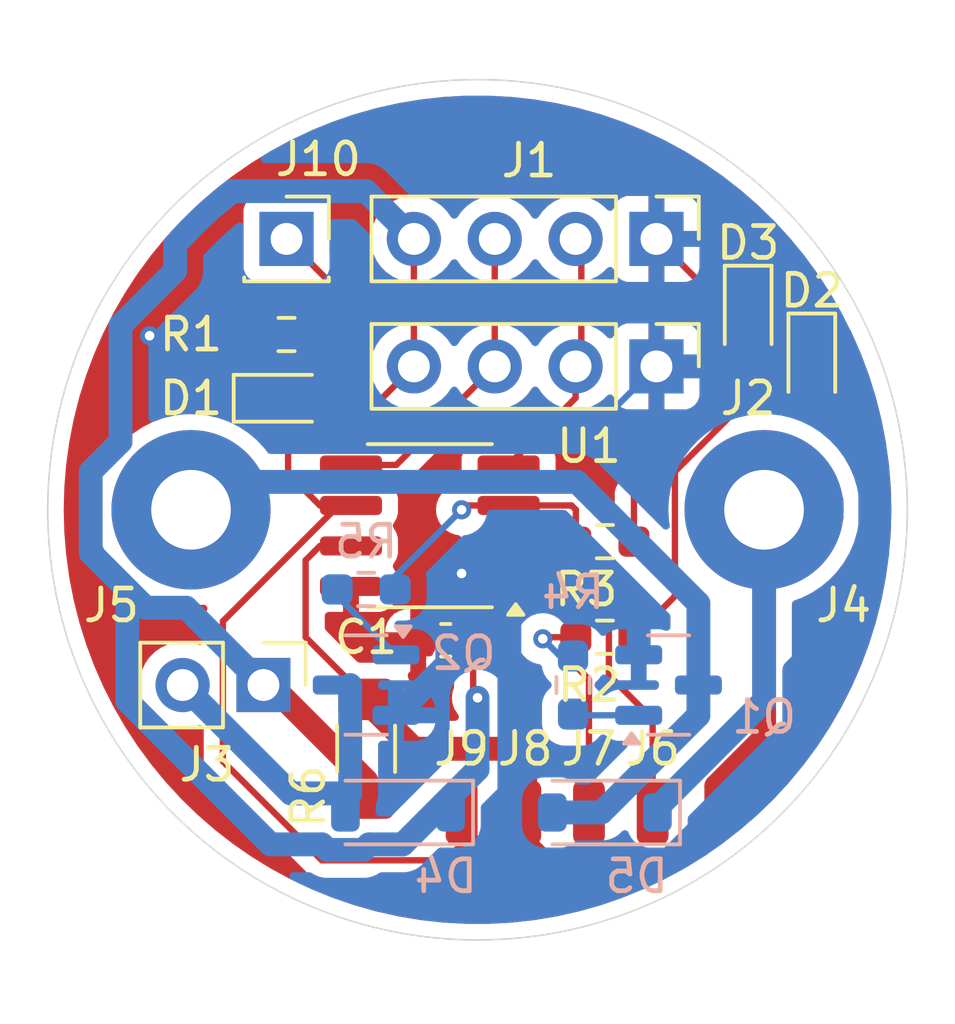
<source format=kicad_pcb>
(kicad_pcb (version 20240108) (generator "pcbnew") (generator_version "8.0")
  (layers (0 "F.Cu" signal) (31 "B.Cu" signal) (34 "B.Paste" user) (35 "F.Paste" user) (36 "B.SilkS" user "B.Silkscreen") (37 "F.SilkS" user "F.Silkscreen") (38 "B.Mask" user) (39 "F.Mask" user) (44 "Edge.Cuts" user))
  (net 0 "")
  (net 1 "+5V")
  (net 2 "/Ev-")
  (net 3 "/VaccumPump-")
  (net 4 "/EVin")
  (net 5 "/VacuumPumpIn")
  (net 6 "GND")
  (net 7 "Net-(Q1-G)")
  (net 8 "Net-(Q2-G)")
  (net 9 "/Isense")
  (net 10 "/Scl")
  (net 11 "/Sda")
  (net 12 "/Udpi")
  (net 13 "Net-(D1-K)")
  (net 14 "Net-(D2-A)")
  (net 15 "Net-(D3-A)")
  (footprint "Connector_PinSocket_2.54mm:PinSocket_1x01_P2.54mm_Vertical" (layer "F.Cu") (at 144 41.5)
    (property "Reference" "J10" (at 1 -2.5 0) (layer "F.SilkS"))
    (property "Value" "Conn_01x01_Pin")
    (fp_line (start -1.33 1.21) (end -1.33 1.33) (stroke (width 0.12)) (layer "F.SilkS"))
    (fp_line (start -1.33 1.33) (end 1.33 1.33) (stroke (width 0.12)) (layer "F.SilkS"))
    (fp_line (start 0 -1.33) (end 1.33 -1.33) (stroke (width 0.12)) (layer "F.SilkS"))
    (fp_line (start 1.33 -1.33) (end 1.33 0) (stroke (width 0.12)) (layer "F.SilkS"))
    (fp_line (start 1.33 1.21) (end 1.33 1.33) (stroke (width 0.12)) (layer "F.SilkS"))
    (pad "1" thru_hole rect (at 0 0) (size 1.7 1.7) (drill 1) (layers "*.Cu" "*.Mask") (net 12 "/Udpi"))
  )
  (footprint "Connector_PinHeader_2.54mm:PinHeader_1x02_P2.54mm_Vertical" (layer "F.Cu") (at 143.275 55.5 -90)
    (property "Reference" "J3" (at 2.5 1.775 180) (layer "F.SilkS"))
    (property "Value" "ValveOut")
    (fp_line (start -1.33 3.87) (end 1.33 3.87) (stroke (width 0.12)) (layer "F.SilkS"))
    (fp_line (start -1.33 1.27) (end -1.33 3.87) (stroke (width 0.12)) (layer "F.SilkS"))
    (fp_line (start -1.33 1.27) (end 1.33 1.27) (stroke (width 0.12)) (layer "F.SilkS"))
    (fp_line (start 1.33 1.27) (end 1.33 3.87) (stroke (width 0.12)) (layer "F.SilkS"))
    (fp_line (start -1.33 0) (end -1.33 -1.33) (stroke (width 0.12)) (layer "F.SilkS"))
    (fp_line (start -1.33 -1.33) (end 0 -1.33) (stroke (width 0.12)) (layer "F.SilkS"))
    (pad "1" thru_hole rect (at 0 0 270) (size 1.7 1.7) (drill 1) (layers "*.Cu" "*.Mask") (net 1 "+5V"))
    (pad "2" thru_hole oval (at 0 2.54 270) (size 1.7 1.7) (drill 1) (layers "*.Cu" "*.Mask") (net 2 "/Ev-"))
  )
  (footprint "Connector_Wire:SolderWirePad_1x01_SMD_1x2mm" (layer "F.Cu") (at 153.5 59.5 180)
    (property "Reference" "J7" (at 0 2 360) (layer "F.SilkS"))
    (property "Value" "Conn_01x01_Pin")
    (pad "1" smd roundrect (at 0 0 180) (size 1 2) (layers "F.Cu" "F.Paste" "F.Mask") (net 5 "/VacuumPumpIn"))
  )
  (footprint "Connector_Wire:SolderWirePad_1x01_SMD_1x2mm" (layer "F.Cu") (at 149.5 59.5 180)
    (property "Reference" "J9" (at 0 2 360) (layer "F.SilkS"))
    (property "Value" "Conn_01x01_Pin")
    (pad "1" smd roundrect (at 0 0 180) (size 1 2) (layers "F.Cu" "F.Paste" "F.Mask") (net 12 "/Udpi"))
  )
  (footprint "Diode_SMD:D_0603_1608Metric_Pad1.05x0.95mm_HandSolder" (layer "F.Cu") (at 144 46.5)
    (property "Reference" "D1" (at -3 0 180) (layer "F.SilkS"))
    (property "Value" "LED")
    (fp_line (start -1.66 -0.735) (end -1.66 0.735) (stroke (width 0.12)) (layer "F.SilkS"))
    (fp_line (start -1.66 0.735) (end 0.8 0.735) (stroke (width 0.12)) (layer "F.SilkS"))
    (fp_line (start 0.8 -0.735) (end -1.66 -0.735) (stroke (width 0.12)) (layer "F.SilkS"))
    (pad "1" smd roundrect (at -0.875 0) (size 1.05 0.95) (layers "F.Cu" "F.Paste" "F.Mask") (net 13 "Net-(D1-K)"))
    (pad "2" smd roundrect (at 0.875 0) (size 1.05 0.95) (layers "F.Cu" "F.Paste" "F.Mask") (net 1 "+5V"))
  )
  (footprint "Resistor_SMD:R_0603_1608Metric_Pad0.98x0.95mm_HandSolder" (layer "F.Cu") (at 154 54)
    (property "Reference" "R2" (at -0.5 1.5 360) (layer "F.SilkS"))
    (property "Value" "90")
    (fp_line (start -0.254724 -0.5225) (end 0.254724 -0.5225) (stroke (width 0.12)) (layer "F.SilkS"))
    (fp_line (start -0.254724 0.5225) (end 0.254724 0.5225) (stroke (width 0.12)) (layer "F.SilkS"))
    (pad "1" smd roundrect (at -0.9125 0) (size 0.975 0.95) (layers "F.Cu" "F.Paste" "F.Mask") (net 5 "/VacuumPumpIn"))
    (pad "2" smd roundrect (at 0.9125 0) (size 0.975 0.95) (layers "F.Cu" "F.Paste" "F.Mask") (net 14 "Net-(D2-A)"))
  )
  (footprint "Diode_SMD:D_0603_1608Metric_Pad1.05x0.95mm_HandSolder" (layer "F.Cu") (at 160.5 45.5 -90)
    (property "Reference" "D2" (at -2.375 0 180) (layer "F.SilkS"))
    (property "Value" "LED")
    (fp_line (start -1.66 0.735) (end 0.8 0.735) (stroke (width 0.12)) (layer "F.SilkS"))
    (fp_line (start -1.66 -0.735) (end -1.66 0.735) (stroke (width 0.12)) (layer "F.SilkS"))
    (fp_line (start 0.8 -0.735) (end -1.66 -0.735) (stroke (width 0.12)) (layer "F.SilkS"))
    (pad "1" smd roundrect (at -0.875 0 270) (size 1.05 0.95) (layers "F.Cu" "F.Paste" "F.Mask") (net 6 "GND"))
    (pad "2" smd roundrect (at 0.875 0 270) (size 1.05 0.95) (layers "F.Cu" "F.Paste" "F.Mask") (net 14 "Net-(D2-A)"))
  )
  (footprint "Connector_PinHeader_2.54mm:PinHeader_1x04_P2.54mm_Vertical" (layer "F.Cu") (at 155.62 45.5 -90)
    (property "Reference" "J2" (at 1 -2.88 180) (layer "F.SilkS"))
    (property "Value" "i2c")
    (fp_line (start -1.33 8.95) (end 1.33 8.95) (stroke (width 0.12)) (layer "F.SilkS"))
    (fp_line (start -1.33 1.27) (end -1.33 8.95) (stroke (width 0.12)) (layer "F.SilkS"))
    (fp_line (start -1.33 1.27) (end 1.33 1.27) (stroke (width 0.12)) (layer "F.SilkS"))
    (fp_line (start 1.33 1.27) (end 1.33 8.95) (stroke (width 0.12)) (layer "F.SilkS"))
    (fp_line (start -1.33 0) (end -1.33 -1.33) (stroke (width 0.12)) (layer "F.SilkS"))
    (fp_line (start -1.33 -1.33) (end 0 -1.33) (stroke (width 0.12)) (layer "F.SilkS"))
    (pad "1" thru_hole rect (at 0 0 270) (size 1.7 1.7) (drill 1) (layers "*.Cu" "*.Mask") (net 6 "GND"))
    (pad "2" thru_hole oval (at 0 2.54 270) (size 1.7 1.7) (drill 1) (layers "*.Cu" "*.Mask") (net 11 "/Sda"))
    (pad "3" thru_hole oval (at 0 5.08 270) (size 1.7 1.7) (drill 1) (layers "*.Cu" "*.Mask") (net 10 "/Scl"))
    (pad "4" thru_hole oval (at 0 7.62 270) (size 1.7 1.7) (drill 1) (layers "*.Cu" "*.Mask") (net 1 "+5V"))
  )
  (footprint "Resistor_SMD:R_0603_1608Metric_Pad0.98x0.95mm_HandSolder" (layer "F.Cu") (at 144 44.5 180)
    (property "Reference" "R1" (at 3 0 180) (layer "F.SilkS"))
    (property "Value" "150")
    (fp_line (start -0.254724 0.5225) (end 0.254724 0.5225) (stroke (width 0.12)) (layer "F.SilkS"))
    (fp_line (start -0.254724 -0.5225) (end 0.254724 -0.5225) (stroke (width 0.12)) (layer "F.SilkS"))
    (pad "1" smd roundrect (at -0.9125 0 180) (size 0.975 0.95) (layers "F.Cu" "F.Paste" "F.Mask") (net 13 "Net-(D1-K)"))
    (pad "2" smd roundrect (at 0.9125 0 180) (size 0.975 0.95) (layers "F.Cu" "F.Paste" "F.Mask") (net 6 "GND"))
  )
  (footprint "Resistor_SMD:R_1206_3216Metric_Pad1.30x1.75mm_HandSolder" (layer "F.Cu") (at 146.5 57.5 90)
    (property "Reference" "R6" (at -1.5 -1.82 90) (layer "F.SilkS"))
    (property "Value" "1R")
    (fp_line (start -0.727064 -0.91) (end 0.727064 -0.91) (stroke (width 0.12)) (layer "F.SilkS"))
    (fp_line (start -0.727064 0.91) (end 0.727064 0.91) (stroke (width 0.12)) (layer "F.SilkS"))
    (pad "1" smd roundrect (at -1.55 0 90) (size 1.3 1.75) (layers "F.Cu" "F.Paste" "F.Mask") (roundrect_rratio 0.192308) (net 1 "+5V"))
    (pad "2" smd roundrect (at 1.55 0 90) (size 1.3 1.75) (layers "F.Cu" "F.Paste" "F.Mask") (roundrect_rratio 0.192308) (net 9 "/Isense"))
  )
  (footprint "Capacitor_SMD:C_0603_1608Metric_Pad1.08x0.95mm_HandSolder" (layer "F.Cu") (at 149 54.095 180)
    (property "Reference" "C1" (at 2.5 0.095 180) (layer "F.SilkS"))
    (property "Value" "C")
    (fp_line (start -0.146267 0.51) (end 0.146267 0.51) (stroke (width 0.12)) (layer "F.SilkS"))
    (fp_line (start -0.146267 -0.51) (end 0.146267 -0.51) (stroke (width 0.12)) (layer "F.SilkS"))
    (pad "1" smd roundrect (at -0.8625 0 180) (size 1.075 0.95) (layers "F.Cu" "F.Paste" "F.Mask") (net 1 "+5V"))
    (pad "2" smd roundrect (at 0.8625 0 180) (size 1.075 0.95) (layers "F.Cu" "F.Paste" "F.Mask") (net 6 "GND"))
  )
  (footprint "Connector_Wire:SolderWirePad_1x01_SMD_1x2mm" (layer "F.Cu") (at 155.5 59.5 180)
    (property "Reference" "J6" (at 0 2 360) (layer "F.SilkS"))
    (property "Value" "Conn_01x01_Pin")
    (pad "1" smd roundrect (at 0 0 180) (size 1 2) (layers "F.Cu" "F.Paste" "F.Mask") (net 4 "/EVin"))
  )
  (footprint "Connector_Wire:SolderWirePad_1x01_SMD_1x2mm" (layer "F.Cu") (at 151.5 59.5 180)
    (property "Reference" "J8" (at 0 2 360) (layer "F.SilkS"))
    (property "Value" "Conn_01x01_Pin")
    (pad "1" smd roundrect (at 0 0 180) (size 1 2) (layers "F.Cu" "F.Paste" "F.Mask") (net 9 "/Isense"))
  )
  (footprint "MountingHole:MountingHole_2.5mm_Pad_TopBottom" (layer "F.Cu") (at 141 50)
    (property "Reference" "J5" (at -2.5 3 0) (layer "F.SilkS"))
    (property "Value" "VacuumPump-")
    (pad "1" thru_hole circle (at 0 0) (size 2.9 2.9) (drill 2.5) (layers "*.Cu" "*.Mask") (net 3 "/VaccumPump-"))
    (pad "1" connect circle (at 0 0) (size 5 5) (layers "F.Cu" "F.Mask") (net 3 "/VaccumPump-"))
    (pad "1" connect circle (at 0 0) (size 5 5) (layers "B.Cu" "B.Mask") (net 3 "/VaccumPump-"))
  )
  (footprint "Package_SO:SOIC-8_3.9x4.9mm_P1.27mm" (layer "F.Cu") (at 148.5 50.5 180)
    (property "Reference" "U1" (at -5 2.5 360) (layer "F.SilkS"))
    (property "Value" "ATtiny412-SS")
    (fp_line (start 0 2.56) (end 1.95 2.56) (stroke (width 0.12)) (layer "F.SilkS"))
    (fp_line (start 0 2.56) (end -1.95 2.56) (stroke (width 0.12)) (layer "F.SilkS"))
    (fp_line (start 0 -2.56) (end 1.95 -2.56) (stroke (width 0.12)) (layer "F.SilkS"))
    (fp_line (start 0 -2.56) (end -1.95 -2.56) (stroke (width 0.12)) (layer "F.SilkS"))
    (fp_poly (pts (xy -2.7 -2.465) (xy -2.94 -2.795) (xy -2.46 -2.795) (xy -2.7 -2.465)) (stroke (width 0.12)) (fill solid) (layer "F.SilkS"))
    (pad "1" smd roundrect (at -2.475 -1.905 180) (size 1.95 0.6) (layers "F.Cu" "F.Paste" "F.Mask") (net 1 "+5V"))
    (pad "2" smd roundrect (at -2.475 -0.635 180) (size 1.95 0.6) (layers "F.Cu" "F.Paste" "F.Mask") (net 5 "/VacuumPumpIn"))
    (pad "3" smd roundrect (at -2.475 0.635 180) (size 1.95 0.6) (layers "F.Cu" "F.Paste" "F.Mask") (net 4 "/EVin"))
    (pad "4" smd roundrect (at -2.475 1.905 180) (size 1.95 0.6) (layers "F.Cu" "F.Paste" "F.Mask") (net 11 "/Sda"))
    (pad "5" smd roundrect (at 2.475 1.905 180) (size 1.95 0.6) (layers "F.Cu" "F.Paste" "F.Mask") (net 10 "/Scl"))
    (pad "6" smd roundrect (at 2.475 0.635 180) (size 1.95 0.6) (layers "F.Cu" "F.Paste" "F.Mask") (net 12 "/Udpi"))
    (pad "7" smd roundrect (at 2.475 -0.635 180) (size 1.95 0.6) (layers "F.Cu" "F.Paste" "F.Mask") (net 9 "/Isense"))
    (pad "8" smd roundrect (at 2.475 -1.905 180) (size 1.95 0.6) (layers "F.Cu" "F.Paste" "F.Mask") (net 6 "GND"))
  )
  (footprint "Diode_SMD:D_0603_1608Metric_Pad1.05x0.95mm_HandSolder" (layer "F.Cu") (at 158.5 44 -90)
    (property "Reference" "D3" (at -2.375 0 180) (layer "F.SilkS"))
    (property "Value" "LED")
    (fp_line (start -1.66 0.735) (end 0.8 0.735) (stroke (width 0.12)) (layer "F.SilkS"))
    (fp_line (start -1.66 -0.735) (end -1.66 0.735) (stroke (width 0.12)) (layer "F.SilkS"))
    (fp_line (start 0.8 -0.735) (end -1.66 -0.735) (stroke (width 0.12)) (layer "F.SilkS"))
    (pad "1" smd roundrect (at -0.875 0 270) (size 1.05 0.95) (layers "F.Cu" "F.Paste" "F.Mask") (net 6 "GND"))
    (pad "2" smd roundrect (at 0.875 0 270) (size 1.05 0.95) (layers "F.Cu" "F.Paste" "F.Mask") (net 15 "Net-(D3-A)"))
  )
  (footprint "Resistor_SMD:R_0603_1608Metric_Pad0.98x0.95mm_HandSolder" (layer "F.Cu") (at 154 51)
    (property "Reference" "R3" (at -0.5875 1.5 360) (layer "F.SilkS"))
    (property "Value" "90")
    (fp_line (start -0.254724 -0.5225) (end 0.254724 -0.5225) (stroke (width 0.12)) (layer "F.SilkS"))
    (fp_line (start -0.254724 0.5225) (end 0.254724 0.5225) (stroke (width 0.12)) (layer "F.SilkS"))
    (pad "1" smd roundrect (at -0.9125 0) (size 0.975 0.95) (layers "F.Cu" "F.Paste" "F.Mask") (net 4 "/EVin"))
    (pad "2" smd roundrect (at 0.9125 0) (size 0.975 0.95) (layers "F.Cu" "F.Paste" "F.Mask") (net 15 "Net-(D3-A)"))
  )
  (footprint "Connector_PinHeader_2.54mm:PinHeader_1x04_P2.54mm_Vertical" (layer "F.Cu") (at 155.62 41.5 -90)
    (property "Reference" "J1" (at -2.46 4 360) (layer "F.SilkS"))
    (property "Value" "i2c")
    (fp_line (start -1.33 8.95) (end 1.33 8.95) (stroke (width 0.12)) (layer "F.SilkS"))
    (fp_line (start -1.33 1.27) (end -1.33 8.95) (stroke (width 0.12)) (layer "F.SilkS"))
    (fp_line (start -1.33 1.27) (end 1.33 1.27) (stroke (width 0.12)) (layer "F.SilkS"))
    (fp_line (start 1.33 1.27) (end 1.33 8.95) (stroke (width 0.12)) (layer "F.SilkS"))
    (fp_line (start -1.33 0) (end -1.33 -1.33) (stroke (width 0.12)) (layer "F.SilkS"))
    (fp_line (start -1.33 -1.33) (end 0 -1.33) (stroke (width 0.12)) (layer "F.SilkS"))
    (pad "1" thru_hole rect (at 0 0 270) (size 1.7 1.7) (drill 1) (layers "*.Cu" "*.Mask") (net 6 "GND"))
    (pad "2" thru_hole oval (at 0 2.54 270) (size 1.7 1.7) (drill 1) (layers "*.Cu" "*.Mask") (net 11 "/Sda"))
    (pad "3" thru_hole oval (at 0 5.08 270) (size 1.7 1.7) (drill 1) (layers "*.Cu" "*.Mask") (net 10 "/Scl"))
    (pad "4" thru_hole oval (at 0 7.62 270) (size 1.7 1.7) (drill 1) (layers "*.Cu" "*.Mask") (net 1 "+5V"))
  )
  (footprint "MountingHole:MountingHole_2.5mm_Pad_TopBottom" (layer "F.Cu") (at 159 50)
    (property "Reference" "J4" (at 2.5 3 0) (layer "F.SilkS"))
    (property "Value" "VacuumPump+")
    (pad "1" thru_hole circle (at 0 0) (size 2.9 2.9) (drill 2.5) (layers "*.Cu" "*.Mask") (net 9 "/Isense"))
    (pad "1" connect circle (at 0 0) (size 5 5) (layers "F.Cu" "F.Mask") (net 9 "/Isense"))
    (pad "1" connect circle (at 0 0) (size 5 5) (layers "B.Cu" "B.Mask") (net 9 "/Isense"))
  )
  (footprint "Resistor_SMD:R_0603_1608Metric_Pad0.98x0.95mm_HandSolder" (layer "B.Cu") (at 146.5 52.5 180)
    (property "Reference" "R5" (at 0 1.5 0) (layer "B.SilkS") (effects (justify mirror)))
    (property "Value" "270")
    (fp_line (start 0.254724 0.5225) (end -0.254724 0.5225) (stroke (width 0.12)) (layer "B.SilkS"))
    (fp_line (start 0.254724 -0.5225) (end -0.254724 -0.5225) (stroke (width 0.12)) (layer "B.SilkS"))
    (pad "1" smd roundrect (at -0.9125 0 180) (size 0.975 0.95) (layers "B.Cu" "B.Paste" "B.Mask") (net 4 "/EVin"))
    (pad "2" smd roundrect (at 0.9125 0 180) (size 0.975 0.95) (layers "B.Cu" "B.Paste" "B.Mask") (net 8 "Net-(Q2-G)"))
  )
  (footprint "Package_TO_SOT_SMD:SOT-23" (layer "B.Cu") (at 156 55.5)
    (property "Reference" "Q1" (at 3 1 0) (layer "B.SilkS") (effects (justify mirror)))
    (property "Value" "IRLML0030")
    (fp_line (start -0.65 -1.56) (end 0 -1.56) (stroke (width 0.12)) (layer "B.SilkS"))
    (fp_line (start -0.65 1.56) (end 0 1.56) (stroke (width 0.12)) (layer "B.SilkS"))
    (fp_line (start 0.65 -1.56) (end 0 -1.56) (stroke (width 0.12)) (layer "B.SilkS"))
    (fp_line (start 0.65 1.56) (end 0 1.56) (stroke (width 0.12)) (layer "B.SilkS"))
    (fp_poly (pts (xy -1.1625 1.51) (xy -1.4025 1.84) (xy -0.9225 1.84) (xy -1.1625 1.51)) (stroke (width 0.12)) (fill solid) (layer "B.SilkS"))
    (pad "1" smd roundrect (at -0.9375 0.95) (size 1.475 0.6) (layers "B.Cu" "B.Paste" "B.Mask") (net 7 "Net-(Q1-G)"))
    (pad "2" smd roundrect (at -0.9375 -0.95) (size 1.475 0.6) (layers "B.Cu" "B.Paste" "B.Mask") (net 6 "GND"))
    (pad "3" smd roundrect (at 0.9375 0) (size 1.475 0.6) (layers "B.Cu" "B.Paste" "B.Mask") (net 3 "/VaccumPump-"))
  )
  (footprint "Package_TO_SOT_SMD:SOT-23" (layer "B.Cu") (at 146.5 55.5 180)
    (property "Reference" "Q2" (at -3.0625 1 0) (layer "B.SilkS") (effects (justify mirror)))
    (property "Value" "IRLML0030")
    (fp_line (start 0.65 1.56) (end 0 1.56) (stroke (width 0.12)) (layer "B.SilkS"))
    (fp_line (start 0.65 -1.56) (end 0 -1.56) (stroke (width 0.12)) (layer "B.SilkS"))
    (fp_line (start -0.65 1.56) (end 0 1.56) (stroke (width 0.12)) (layer "B.SilkS"))
    (fp_line (start -0.65 -1.56) (end 0 -1.56) (stroke (width 0.12)) (layer "B.SilkS"))
    (fp_poly (pts (xy -1.1625 1.51) (xy -1.4025 1.84) (xy -0.9225 1.84) (xy -1.1625 1.51)) (stroke (width 0.12)) (fill solid) (layer "B.SilkS"))
    (pad "1" smd roundrect (at -0.9375 0.95 180) (size 1.475 0.6) (layers "B.Cu" "B.Paste" "B.Mask") (net 8 "Net-(Q2-G)"))
    (pad "2" smd roundrect (at -0.9375 -0.95 180) (size 1.475 0.6) (layers "B.Cu" "B.Paste" "B.Mask") (net 6 "GND"))
    (pad "3" smd roundrect (at 0.9375 0 180) (size 1.475 0.6) (layers "B.Cu" "B.Paste" "B.Mask") (net 2 "/Ev-"))
  )
  (footprint "Diode_SMD:D_SOD-123" (layer "B.Cu") (at 147.5 59.5 180)
    (property "Reference" "D4" (at -1.5 -2 0) (layer "B.SilkS") (effects (justify mirror)))
    (property "Value" "D")
    (fp_line (start 1.65 1) (end -2.36 1) (stroke (width 0.12)) (layer "B.SilkS"))
    (fp_line (start 1.65 -1) (end -2.36 -1) (stroke (width 0.12)) (layer "B.SilkS"))
    (fp_line (start -2.36 -1) (end -2.36 1) (stroke (width 0.12)) (layer "B.SilkS"))
    (pad "1" smd roundrect (at -1.65 0 180) (size 0.9 1.2) (layers "B.Cu" "B.Paste" "B.Mask") (net 1 "+5V"))
    (pad "2" smd roundrect (at 1.65 0 180) (size 0.9 1.2) (layers "B.Cu" "B.Paste" "B.Mask") (net 2 "/Ev-"))
  )
  (footprint "Resistor_SMD:R_0603_1608Metric_Pad0.98x0.95mm_HandSolder" (layer "B.Cu") (at 153 55.5 -90)
    (property "Reference" "R4" (at -2.9125 0 0) (layer "B.SilkS") (effects (justify mirror)))
    (property "Value" "270")
    (fp_line (start 0.254724 0.5225) (end -0.254724 0.5225) (stroke (width 0.12)) (layer "B.SilkS"))
    (fp_line (start 0.254724 -0.5225) (end -0.254724 -0.5225) (stroke (width 0.12)) (layer "B.SilkS"))
    (pad "1" smd roundrect (at -0.9125 0 270) (size 0.975 0.95) (layers "B.Cu" "B.Paste" "B.Mask") (net 5 "/VacuumPumpIn"))
    (pad "2" smd roundrect (at 0.9125 0 270) (size 0.975 0.95) (layers "B.Cu" "B.Paste" "B.Mask") (net 7 "Net-(Q1-G)"))
  )
  (footprint "Diode_SMD:D_SOD-123" (layer "B.Cu") (at 154 59.5 180)
    (property "Reference" "D5" (at -1 -2 0) (layer "B.SilkS") (effects (justify mirror)))
    (property "Value" "D")
    (fp_line (start 1.65 1) (end -2.36 1) (stroke (width 0.12)) (layer "B.SilkS"))
    (fp_line (start 1.65 -1) (end -2.36 -1) (stroke (width 0.12)) (layer "B.SilkS"))
    (fp_line (start -2.36 -1) (end -2.36 1) (stroke (width 0.12)) (layer "B.SilkS"))
    (pad "1" smd roundrect (at -1.65 0 180) (size 0.9 1.2) (layers "B.Cu" "B.Paste" "B.Mask") (net 9 "/Isense"))
    (pad "2" smd roundrect (at 1.65 0 180) (size 0.9 1.2) (layers "B.Cu" "B.Paste" "B.Mask") (net 3 "/VaccumPump-"))
  )
  (gr_circle (center 150 50) (end 136.5 50) (stroke (width 0.05)) (fill none) (layer "Edge.Cuts"))
  (segment (start 143.5 55.5) (end 143.5 55.225) (width 0.75) (layer "F.Cu") (net 1))
  (segment (start 146.5 59.05) (end 146.5 58.5) (width 0.75) (layer "F.Cu") (net 1))
  (segment (start 149.725 54) (end 149.82 54.095) (width 0.2) (layer "F.Cu") (net 1))
  (segment (start 150 55.9) (end 149.8625 55.7625) (width 0.2) (layer "F.Cu") (net 1))
  (segment (start 149.8625 54.095) (end 149.8625 53.5175) (width 0.2) (layer "F.Cu") (net 1))
  (segment (start 146.5 58.5) (end 143.5 55.5) (width 0.75) (layer "F.Cu") (net 1))
  (segment (start 148 45.5) (end 148 41.5) (width 0.2) (layer "F.Cu") (net 1))
  (segment (start 149.8625 55.7625) (end 149.8625 54.095) (width 0.2) (layer "F.Cu") (net 1))
  (segment (start 149.8625 53.5175) (end 150.975 52.405) (width 0.2) (layer "F.Cu") (net 1))
  (segment (start 149.82 54.095) (end 149.8625 54.095) (width 0.2) (layer "F.Cu") (net 1))
  (segment (start 147 46.5) (end 144.875 46.5) (width 0.2) (layer "F.Cu") (net 1))
  (segment (start 148 45.5) (end 147 46.5) (width 0.2) (layer "F.Cu") (net 1))
  (via (at 150 55.9) (size 0.6) (drill 0.3) (layers "F.Cu" "B.Cu") (net 1))
  (segment (start 150 55.9) (end 150 58.15) (width 0.75) (layer "B.Cu") (net 1))
  (segment (start 139.575 53.075) (end 139 52.5) (width 0.75) (layer "B.Cu") (net 1))
  (segment (start 141.63987 40.543366) (end 142.168756 40.100943) (width 0.75) (layer "B.Cu") (net 1))
  (segment (start 139 52.5) (end 137.849802 51.349802) (width 0.75) (layer "B.Cu") (net 1))
  (segment (start 142.168756 40.100943) (end 142.303775 40) (width 0.75) (layer "B.Cu") (net 1))
  (segment (start 137.849802 51.349802) (end 137.849802 48.801491) (width 0.75) (layer "B.Cu") (net 1))
  (segment (start 140.5 42.5) (end 140.5 41.695712) (width 0.75) (layer "B.Cu") (net 1))
  (segment (start 150 58.15) (end 147.65 60.5) (width 0.75) (layer "B.Cu") (net 1))
  (segment (start 137.849802 48.801491) (end 138.785325 47.865968) (width 0.75) (layer "B.Cu") (net 1))
  (segment (start 147.65 60.5) (end 146.587606 60.5) (width 0.75) (layer "B.Cu") (net 1))
  (segment (start 143.275 55.5) (end 140.85 53.075) (width 0.75) (layer "B.Cu") (net 1))
  (segment (start 146.5 40) (end 148 41.5) (width 0.75) (layer "B.Cu") (net 1))
  (segment (start 140.658436 41.511485) (end 141.135932 41.01401) (width 0.75) (layer "B.Cu") (net 1))
  (segment (start 139 56) (end 139 52.5) (width 0.75) (layer "B.Cu") (net 1))
  (segment (start 146.412606 60.675) (end 145.287394 60.675) (width 0.75) (layer "B.Cu") (net 1))
  (segment (start 140.85 53.075) (end 139.575 53.075) (width 0.75) (layer "B.Cu") (net 1))
  (segment (start 138.785325 44.214675) (end 140.5 42.5) (width 0.75) (layer "B.Cu") (net 1))
  (segment (start 145.112394 60.5) (end 143.5 60.5) (width 0.75) (layer "B.Cu") (net 1))
  (segment (start 141.135932 41.01401) (end 141.63987 40.543366) (width 0.75) (layer "B.Cu") (net 1))
  (segment (start 143.5 60.5) (end 139 56) (width 0.75) (layer "B.Cu") (net 1))
  (segment (start 138.785325 47.865968) (end 138.785325 44.214675) (width 0.75) (layer "B.Cu") (net 1))
  (segment (start 142.303775 40) (end 146.5 40) (width 0.75) (layer "B.Cu") (net 1))
  (segment (start 146.587606 60.5) (end 146.412606 60.675) (width 0.75) (layer "B.Cu") (net 1))
  (segment (start 145.287394 60.675) (end 145.112394 60.5) (width 0.75) (layer "B.Cu") (net 1))
  (segment (start 140.5 41.695712) (end 140.658436 41.511485) (width 0.75) (layer "B.Cu") (net 1))
  (segment (start 146 58.9) (end 144.135 58.9) (width 0.75) (layer "B.Cu") (net 2))
  (segment (start 144.135 58.9) (end 140.735 55.5) (width 0.75) (layer "B.Cu") (net 2))
  (segment (start 146 55.5) (end 146 58.9) (width 0.75) (layer "B.Cu") (net 2))
  (segment (start 156.9375 52.9375) (end 153.125 49.125) (width 0.75) (layer "B.Cu") (net 3))
  (segment (start 141.875 49.125) (end 141 50) (width 0.75) (layer "B.Cu") (net 3))
  (segment (start 153.125 49.125) (end 141.875 49.125) (width 0.75) (layer "B.Cu") (net 3))
  (segment (start 152.35 59.5) (end 153.88973 59.5) (width 0.75) (layer "B.Cu") (net 3))
  (segment (start 153.88973 59.5) (end 156.9375 56.45223) (width 0.75) (layer "B.Cu") (net 3))
  (segment (start 156.9375 56.45223) (end 156.9375 52.9375) (width 0.75) (layer "B.Cu") (net 3))
  (segment (start 155.433278 56.5) (end 154.125 55.191722) (width 0.2) (layer "F.Cu") (net 4))
  (segment (start 155.5 59.5) (end 155.5 56.5) (width 0.2) (layer "F.Cu") (net 4))
  (segment (start 154.125 52.0375) (end 153.0875 51) (width 0.2) (layer "F.Cu") (net 4))
  (segment (start 154.125 55.191722) (end 154.125 52.0375) (width 0.2) (layer "F.Cu") (net 4))
  (segment (start 153.0875 50) (end 152.9525 49.865) (width 0.2) (layer "F.Cu") (net 4))
  (segment (start 152.9525 49.865) (end 150.975 49.865) (width 0.2) (layer "F.Cu") (net 4))
  (segment (start 151.475 49.865) (end 149.635 49.865) (width 0.2) (layer "F.Cu") (net 4))
  (segment (start 155.5 56.5) (end 155.433278 56.5) (width 0.2) (layer "F.Cu") (net 4))
  (segment (start 149.635 49.865) (end 149.5 50) (width 0.2) (layer "F.Cu") (net 4))
  (segment (start 153.0875 51) (end 153.0875 50) (width 0.2) (layer "F.Cu") (net 4))
  (via (at 149.5 50) (size 0.6) (drill 0.3) (layers "F.Cu" "B.Cu") (net 4))
  (segment (start 147.4125 52.0875) (end 149.5 50) (width 0.2) (layer "B.Cu") (net 4))
  (segment (start 147.4125 52.5) (end 147.4125 52.0875) (width 0.2) (layer "B.Cu") (net 4))
  (segment (start 152.1 54) (end 153.0875 54) (width 0.2) (layer "F.Cu") (net 5))
  (segment (start 151.7225 51.135) (end 150.975 51.135) (width 0.2) (layer "F.Cu") (net 5))
  (segment (start 153.0875 54.5) (end 153.0875 54.9125) (width 0.2) (layer "F.Cu") (net 5))
  (segment (start 152.05 54.05) (end 152.1 54) (width 0.2) (layer "F.Cu") (net 5))
  (segment (start 153.0875 52.5) (end 151.7225 51.135) (width 0.2) (layer "F.Cu") (net 5))
  (segment (start 153.5 55.325) (end 153.5 59.5) (width 0.2) (layer "F.Cu") (net 5))
  (segment (start 151.886238 51.135) (end 151.475 51.135) (width 0.2) (layer "F.Cu") (net 5))
  (segment (start 153.0875 54.5) (end 153.0875 52.5) (width 0.2) (layer "F.Cu") (net 5))
  (segment (start 153.0875 54.9125) (end 153.5 55.325) (width 0.2) (layer "F.Cu") (net 5))
  (segment (start 153.0875 54) (end 153.0875 54.5) (width 0.2) (layer "F.Cu") (net 5))
  (segment (start 150.975 51.135) (end 151.04 51.2) (width 0.2) (layer "F.Cu") (net 5))
  (via (at 152.05 54.05) (size 0.6) (drill 0.3) (layers "F.Cu" "B.Cu") (net 5))
  (segment (start 152.05 54.05) (end 152.1 54) (width 0.2) (layer "B.Cu") (net 5))
  (segment (start 153 54.5875) (end 153.303052 54.890552) (width 0.2) (layer "B.Cu") (net 5))
  (segment (start 152.5875 54.5875) (end 152.05 54.05) (width 0.2) (layer "B.Cu") (net 5))
  (segment (start 153 54.5875) (end 152.5875 54.5875) (width 0.2) (layer "B.Cu") (net 5))
  (segment (start 149.5 52) (end 149.5 52.595) (width 0.2) (layer "F.Cu") (net 6))
  (segment (start 155.5 41.8) (end 155.8 41.5) (width 0.2) (layer "F.Cu") (net 6))
  (segment (start 160.5 44.625) (end 160 44.625) (width 0.2) (layer "F.Cu") (net 6))
  (segment (start 143.0875 44.5) (end 139.737437 44.5) (width 0.2) (layer "F.Cu") (net 6))
  (segment (start 158.5 43.125) (end 157.245 43.125) (width 0.2) (layer "F.Cu") (net 6))
  (segment (start 160 44.625) (end 158.5 43.125) (width 0.2) (layer "F.Cu") (net 6))
  (segment (start 157.245 43.125) (end 155.62 41.5) (width 0.2) (layer "F.Cu") (net 6))
  (segment (start 139.737437 44.5) (end 139.698881 44.538556) (width 0.2) (layer "F.Cu") (net 6))
  (segment (start 148.5 54.5) (end 148.12 54.5) (width 0.2) (layer "F.Cu") (net 6))
  (segment (start 155.62 45.5) (end 155.62 41.5) (width 0.2) (layer "F.Cu") (net 6))
  (segment (start 148 53) (end 148 54.095) (width 0.2) (layer "F.Cu") (net 6))
  (segment (start 146.025 52.405) (end 147.405 52.405) (width 0.2) (layer "F.Cu") (net 6))
  (segment (start 149.5 52.595) (end 148 54.095) (width 0.2) (layer "F.Cu") (net 6))
  (segment (start 147.405 52.405) (end 148 53) (width 0.2) (layer "F.Cu") (net 6))
  (via (at 149.5 52) (size 0.6) (drill 0.3) (layers "F.Cu" "B.Cu") (net 6))
  (via (at 139.698881 44.538556) (size 0.6) (drill 0.3) (layers "F.Cu" "B.Cu") (net 6))
  (segment (start 151 60.5) (end 151 53.05) (width 0.75) (layer "B.Cu") (net 6))
  (segment (start 146 47.5) (end 153.62 47.5) (width 0.2) (layer "B.Cu") (net 6))
  (segment (start 149.5 52) (end 149.5 54.325) (width 0.2) (layer "B.Cu") (net 6))
  (segment (start 151.825 52) (end 154 52) (width 0.75) (layer "B.Cu") (net 6))
  (segment (start 154 52) (end 155.0625 53.0625) (width 0.75) (layer "B.Cu") (net 6))
  (segment (start 143.038556 44.538556) (end 146 47.5) (width 0.2) (layer "B.Cu") (net 6))
  (segment (start 151.544856 61.044856) (end 151 60.5) (width 0.75) (layer "B.Cu") (net 6))
  (segment (start 153.62 47.5) (end 155.62 45.5) (width 0.2) (layer "B.Cu") (net 6))
  (segment (start 150.8875 53) (end 147.4375 56.45) (width 0.75) (layer "B.Cu") (net 6))
  (segment (start 149.5 54.325) (end 149.4125 54.4125) (width 0.2) (layer "B.Cu") (net 6))
  (segment (start 159.95 55.049999) (end 159.95 57.05) (width 0.75) (layer "B.Cu") (net 6))
  (segment (start 155.0625 53.0625) (end 155.0625 54.55) (width 0.75) (layer "B.Cu") (net 6))
  (segment (start 155.955144 61.044856) (end 151.544856 61.044856) (width 0.75) (layer "B.Cu") (net 6))
  (segment (start 159.423414 45.5) (end 162.336019 48.412605) (width 0.75) (layer "B.Cu") (net 6))
  (segment (start 162.336019 52.66398) (end 159.95 55.049999) (width 0.75) (layer "B.Cu") (net 6))
  (segment (start 162.336019 48.412605) (end 162.336019 52.66398) (width 0.75) (layer "B.Cu") (net 6))
  (segment (start 155.62 45.5) (end 159.423414 45.5) (width 0.75) (layer "B.Cu") (net 6))
  (segment (start 150.8875 52.9375) (end 150.8875 53) (width 0.75) (layer "B.Cu") (net 6))
  (segment (start 139.698881 44.538556) (end 143.038556 44.538556) (width 0.2) (layer "B.Cu") (net 6))
  (segment (start 150.8875 52.9375) (end 151.825 52) (width 0.75) (layer "B.Cu") (net 6))
  (segment (start 159.95 57.05) (end 155.955144 61.044856) (width 0.75) (layer "B.Cu") (net 6))
  (segment (start 151 53.05) (end 150.8875 52.9375) (width 0.75) (layer "B.Cu") (net 6))
  (segment (start 153.0375 56.45) (end 153 56.4125) (width 0.2) (layer "B.Cu") (net 7))
  (segment (start 155.0625 56.45) (end 153.0375 56.45) (width 0.2) (layer "B.Cu") (net 7))
  (segment (start 145.5875 52.7) (end 145.5875 52.5) (width 0.2) (layer "B.Cu") (net 8))
  (segment (start 147.4375 54.55) (end 145.5875 52.7) (width 0.2) (layer "B.Cu") (net 8))
  (segment (start 157.5 60.150165) (end 157.5 58.673654) (width 0.75) (layer "F.Cu") (net 9))
  (segment (start 159.0625 50.0625) (end 159 50) (width 0.75) (layer "F.Cu") (net 9))
  (segment (start 146.5 56.5) (end 146.5 55.9) (width 0.2) (layer "F.Cu") (net 9))
  (segment (start 151.5 60.5) (end 152.075 61.075) (width 0.75) (layer "F.Cu") (net 9))
  (segment (start 146.5 55.9) (end 144.6 54) (width 0.2) (layer "F.Cu") (net 9))
  (segment (start 151 57.5) (end 151.5 58) (width 0.75) (layer "F.Cu") (net 9))
  (segment (start 148 57.5) (end 151 57.5) (width 0.75) (layer "F.Cu") (net 9))
  (segment (start 146.5 55.95) (end 146.5 56) (width 0.75) (layer "F.Cu") (net 9))
  (segment (start 144.6 54) (end 144.6 51.585001) (width 0.2) (layer "F.Cu") (net 9))
  (segment (start 152.075 61.075) (end 156.045692 61.075) (width 0.75) (layer "F.Cu") (net 9))
  (segment (start 161.394984 50) (end 161.392634 49.673735) (width 0.2) (layer "F.Cu") (net 9))
  (segment (start 156.994583 60.506927) (end 157.5 60.150165) (width 0.75) (layer "F.Cu") (net 9))
  (segment (start 157.5 58.673654) (end 159 57.173654) (width 0.75) (layer "F.Cu") (net 9))
  (segment (start 151.5 59.5) (end 151.5 60.5) (width 0.75) (layer "F.Cu") (net 9))
  (segment (start 144.6 51.585001) (end 145.050001 51.135) (width 0.2) (layer "F.Cu") (net 9))
  (segment (start 158.475 50.475) (end 158 50) (width 0.2) (layer "F.Cu") (net 9))
  (segment (start 146.5 56) (end 148 57.5) (width 0.75) (layer "F.Cu") (net 9))
  (segment (start 156.045692 61.075) (end 156.410373 60.873216) (width 0.75) (layer "F.Cu") (net 9))
  (segment (start 159 57.173654) (end 159 50) (width 0.75) (layer "F.Cu") (net 9))
  (segment (start 151.5 58) (end 151.5 59.5) (width 0.75) (layer "F.Cu") (net 9))
  (segment (start 161.396821 50.254951) (end 161.394984 50) (width 0.2) (layer "F.Cu") (net 9))
  (segment (start 156.410373 60.873216) (end 156.994583 60.506927) (width 0.75) (layer "F.Cu") (net 9))
  (segment (start 145.050001 51.135) (end 146.025 51.135) (width 0.2) (layer "F.Cu") (net 9))
  (segment (start 155.65 59.5) (end 155.65 59.35) (width 0.75) (layer "B.Cu") (net 9))
  (segment (start 155.65 59.35) (end 159 56) (width 0.75) (layer "B.Cu") (net 9))
  (segment (start 159 56) (end 159 50) (width 0.75) (layer "B.Cu") (net 9))
  (segment (start 150.54 45.5) (end 150.54 41.5) (width 0.2) (layer "F.Cu") (net 10))
  (segment (start 147.445 48.595) (end 146.025 48.595) (width 0.2) (layer "F.Cu") (net 10))
  (segment (start 150.54 45.5) (end 147.445 48.595) (width 0.2) (layer "F.Cu") (net 10))
  (segment (start 150.54 41.68) (end 150.72 41.5) (width 0.2) (layer "F.Cu") (net 10))
  (segment (start 151.0875 45) (end 151 45) (width 0.2) (layer "B.Cu") (net 10))
  (segment (start 150.975 48.595) (end 153.08 46.49) (width 0.2) (layer "F.Cu") (net 11))
  (segment (start 153.26 45.32) (end 153.26 41.5) (width 0.2) (layer "F.Cu") (net 11))
  (segment (start 153.08 46.49) (end 153.08 45.5) (width 0.2) (layer "F.Cu") (net 11))
  (segment (start 146 43.5) (end 144 41.5) (width 0.2) (layer "F.Cu") (net 12))
  (segment (start 145.108654 61) (end 142 57.891346) (width 0.2) (layer "F.Cu") (net 12))
  (segment (start 149.5 59.5) (end 149.5 60.5) (width 0.2) (layer "F.Cu") (net 12))
  (segment (start 145.050001 49.865) (end 144.05 48.864999) (width 0.2) (layer "F.Cu") (net 12))
  (segment (start 142 53.5) (end 145.635 49.865) (width 0.2) (layer "F.Cu") (net 12))
  (segment (start 145.635 49.865) (end 146.025 49.865) (width 0.2) (layer "F.Cu") (net 12))
  (segment (start 146 45) (end 146 43.5) (width 0.2) (layer "F.Cu") (net 12))
  (segment (start 142 57.891346) (end 142 53.5) (width 0.2) (layer "F.Cu") (net 12))
  (segment (start 144.358278 45.725) (end 145.275 45.725) (width 0.2) (layer "F.Cu") (net 12))
  (segment (start 144.05 46.033278) (end 144.358278 45.725) (width 0.2) (layer "F.Cu") (net 12))
  (segment (start 149.5 60.5) (end 149 61) (width 0.2) (layer "F.Cu") (net 12))
  (segment (start 146.025 49.865) (end 145.050001 49.865) (width 0.2) (layer "F.Cu") (net 12))
  (segment (start 149 61) (end 145.108654 61) (width 0.2) (layer "F.Cu") (net 12))
  (segment (start 144.05 48.864999) (end 144.05 46.033278) (width 0.2) (layer "F.Cu") (net 12))
  (segment (start 145.275 45.725) (end 146 45) (width 0.2) (layer "F.Cu") (net 12))
  (segment (start 143.125 46.2875) (end 144.9125 44.5) (width 0.2) (layer "F.Cu") (net 13))
  (segment (start 143.125 46.5) (end 143.125 46.2875) (width 0.2) (layer "F.Cu") (net 13))
  (segment (start 158.625 46.375) (end 160.5 46.375) (width 0.2) (layer "F.Cu") (net 14))
  (segment (start 154.9125 54) (end 156.2 52.7125) (width 0.2) (layer "F.Cu") (net 14))
  (segment (start 156.2 48.8) (end 158.625 46.375) (width 0.2) (layer "F.Cu") (net 14))
  (segment (start 156.2 52.7125) (end 156.2 48.8) (width 0.2) (layer "F.Cu") (net 14))
  (segment (start 154.9125 51) (end 154.9125 49.521814) (width 0.2) (layer "F.Cu") (net 15))
  (segment (start 154.9125 49.521814) (end 158.5 45.934314) (width 0.2) (layer "F.Cu") (net 15))
  (segment (start 158.5 45.934314) (end 158.5 44.875) (width 0.2) (layer "F.Cu") (net 15))
  (zone (net 6) (net_name "GND") (layer "F.Cu") (connect_pads (clearance 0.5)) (min_thickness 0.25) (fill yes (thermal_gap 0.5) (thermal_bridge_width 0.5))
    (polygon (pts (xy 135 35) (xy 165 35) (xy 165 35) (xy 165 65) (xy 135 65) (xy 135 35)))
  )
  (zone (net 6) (net_name "GND") (layer "B.Cu") (priority 1) (connect_pads (clearance 0.5)) (min_thickness 0.25) (fill yes (thermal_gap 0.5) (thermal_bridge_width 0.5))
    (polygon (pts (xy 135 35) (xy 165 35) (xy 165 65) (xy 135 65)))
  )
)
</source>
